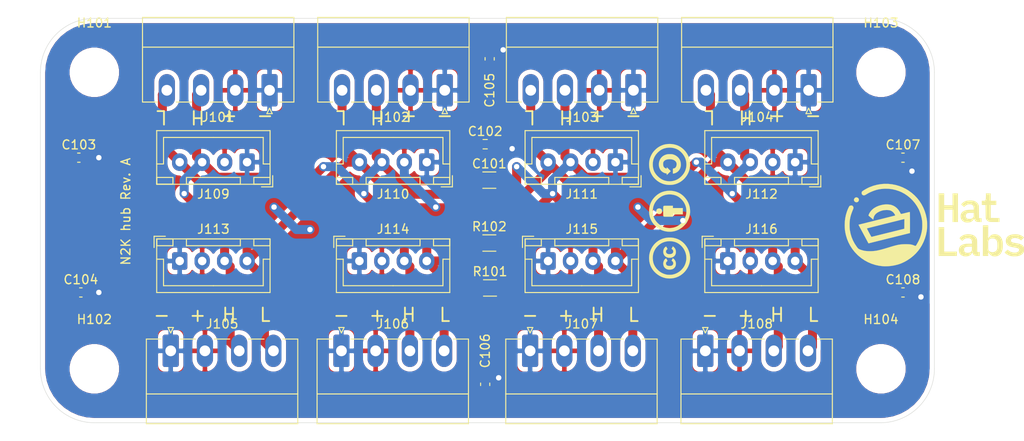
<source format=kicad_pcb>
(kicad_pcb (version 20171130) (host pcbnew "(5.1.9-0-10_14)")
  (layers (0 F.Cu signal) (31 B.Cu signal) (34 B.Paste user) (35 F.Paste user) (36 B.SilkS user) (37 F.SilkS user) (38 B.Mask user) (39 F.Mask user) (44 Edge.Cuts user))
  (net 0 "")
  (net 1 GND)
  (net 2 /VCC)
  (net 3 /CANL)
  (net 4 /CANH)
  (module N2K-hub:cc-by-sa_silkscreen (layer F.Cu) (at 109.5 58.5 90)
    (fp_text reference G*** hide)
    (fp_text value LOGO hide)
  )
  (module N2K-hub:Hat_Labs_20mm (layer F.Cu) (at 139 60)
    (fp_text reference G*** hide)
    (fp_text value LOGO hide)
  )
  (module Capacitor_SMD:C_0603_1608Metric (layer F.Cu) (at 135.5 67.5)
    (fp_text reference C108 (at 0 -1.43) (layer F.SilkS))
    (fp_text value 100n)
    (pad 2 smd roundrect (at 0.775 0) (size 0.9 0.95) (layers F.Cu F.Paste F.Mask) (net 1 GND))
    (pad 1 smd roundrect (at -0.775 0) (size 0.9 0.95) (layers F.Cu F.Paste F.Mask) (net 2 /VCC))
  )
  (module Capacitor_SMD:C_0603_1608Metric (layer F.Cu) (at 135.5 52.5)
    (fp_text reference C107 (at 0 -1.43) (layer F.SilkS))
    (fp_text value 100n)
    (pad 2 smd roundrect (at 0.775 0) (size 0.9 0.95) (layers F.Cu F.Paste F.Mask) (net 1 GND))
    (pad 1 smd roundrect (at -0.775 0) (size 0.9 0.95) (layers F.Cu F.Paste F.Mask) (net 2 /VCC))
  )
  (module Capacitor_SMD:C_0603_1608Metric (layer F.Cu) (at 89 77.725 90)
    (fp_text reference C106 (at 3.725 0 90) (layer F.SilkS))
    (fp_text value 100n)
    (pad 2 smd roundrect (at 0.775 0 90) (size 0.9 0.95) (layers F.Cu F.Paste F.Mask) (net 1 GND))
    (pad 1 smd roundrect (at -0.775 0 90) (size 0.9 0.95) (layers F.Cu F.Paste F.Mask) (net 2 /VCC))
  )
  (module Capacitor_SMD:C_0603_1608Metric (layer F.Cu) (at 89.5 41.5 90)
    (fp_text reference C105 (at -3.5 0 90) (layer F.SilkS))
    (fp_text value 100n)
    (pad 2 smd roundrect (at 0.775 0 90) (size 0.9 0.95) (layers F.Cu F.Paste F.Mask) (net 1 GND))
    (pad 1 smd roundrect (at -0.775 0 90) (size 0.9 0.95) (layers F.Cu F.Paste F.Mask) (net 2 /VCC))
  )
  (module Capacitor_SMD:C_0603_1608Metric (layer F.Cu) (at 44 67.5)
    (fp_text reference C104 (at 0 -1.43) (layer F.SilkS))
    (fp_text value 100n)
    (pad 2 smd roundrect (at 0.775 0) (size 0.9 0.95) (layers F.Cu F.Paste F.Mask) (net 1 GND))
    (pad 1 smd roundrect (at -0.775 0) (size 0.9 0.95) (layers F.Cu F.Paste F.Mask) (net 2 /VCC))
  )
  (module Capacitor_SMD:C_0603_1608Metric (layer F.Cu) (at 43.775 52.5)
    (fp_text reference C103 (at 0 -1.43) (layer F.SilkS))
    (fp_text value 100n)
    (pad 2 smd roundrect (at 0.775 0) (size 0.9 0.95) (layers F.Cu F.Paste F.Mask) (net 1 GND))
    (pad 1 smd roundrect (at -0.775 0) (size 0.9 0.95) (layers F.Cu F.Paste F.Mask) (net 2 /VCC))
  )
  (module MountingHole:MountingHole_4.5mm (layer F.Cu) (at 133.05 76)
    (fp_text reference H104 (at 0 -5.5) (layer F.SilkS))
    (fp_text value MountingHole)
    (pad 1 np_thru_hole circle (at 0 0) (size 4.5 4.5) (drill 4.5) (layers *.Cu *.Mask))
  )
  (module MountingHole:MountingHole_4.5mm (layer F.Cu) (at 133.05 43)
    (fp_text reference H103 (at 0 -5.5) (layer F.SilkS))
    (fp_text value MountingHole)
    (pad 1 np_thru_hole circle (at 0 0) (size 4.5 4.5) (drill 4.5) (layers *.Cu *.Mask))
  )
  (module MountingHole:MountingHole_4.5mm (layer F.Cu) (at 45.5 76)
    (fp_text reference H102 (at 0 -5.5) (layer F.SilkS))
    (fp_text value MountingHole)
    (pad 1 np_thru_hole circle (at 0 0) (size 4.5 4.5) (drill 4.5) (layers *.Cu *.Mask))
  )
  (module MountingHole:MountingHole_4.5mm (layer F.Cu) (at 45.5 43)
    (fp_text reference H101 (at 0 -5.5) (layer F.SilkS))
    (fp_text value MountingHole)
    (pad 1 np_thru_hole circle (at 0 0) (size 4.5 4.5) (drill 4.5) (layers *.Cu *.Mask))
  )
  (module Resistor_SMD:R_1206_3216Metric (layer F.Cu) (at 89.4625 62)
    (fp_text reference R102 (at 0 -1.82) (layer F.SilkS))
    (fp_text value 120R)
    (pad 2 smd roundrect (at 1.4625 0) (size 1.125 1.75) (layers F.Cu F.Paste F.Mask) (roundrect_rratio 0.2222213333333333) (net 4 /CANH))
    (pad 1 smd roundrect (at -1.4625 0) (size 1.125 1.75) (layers F.Cu F.Paste F.Mask) (roundrect_rratio 0.2222213333333333) (net 3 /CANL))
  )
  (module Resistor_SMD:R_1206_3216Metric (layer F.Cu) (at 89.5375 67)
    (fp_text reference R101 (at 0 -1.82) (layer F.SilkS))
    (fp_text value 120R)
    (pad 2 smd roundrect (at 1.4625 0) (size 1.125 1.75) (layers F.Cu F.Paste F.Mask) (roundrect_rratio 0.2222213333333333) (net 4 /CANH))
    (pad 1 smd roundrect (at -1.4625 0) (size 1.125 1.75) (layers F.Cu F.Paste F.Mask) (roundrect_rratio 0.2222213333333333) (net 3 /CANL))
  )
  (module Connector_JST:JST_XH_B4B-XH-A_1x04_P2.50mm_Vertical (layer F.Cu) (at 116 64)
    (fp_text reference J116 (at 3.75 -3.55) (layer F.SilkS))
    (fp_text value Conn_01x04)
    (pad 4 thru_hole oval (at 7.5 0) (size 1.7 1.95) (drill 0.95) (layers *.Cu *.Mask) (net 3 /CANL))
    (pad 3 thru_hole oval (at 5 0) (size 1.7 1.95) (drill 0.95) (layers *.Cu *.Mask) (net 4 /CANH))
    (pad 2 thru_hole oval (at 2.5 0) (size 1.7 1.95) (drill 0.95) (layers *.Cu *.Mask) (net 2 /VCC))
    (pad 1 thru_hole roundrect (at 0 0) (size 1.7 1.95) (drill 0.95) (layers *.Cu *.Mask) (roundrect_rratio 0.1470588235294118) (net 1 GND))
  )
  (module Connector_JST:JST_XH_B4B-XH-A_1x04_P2.50mm_Vertical (layer F.Cu) (at 96 64)
    (fp_text reference J115 (at 3.75 -3.55) (layer F.SilkS))
    (fp_text value Conn_01x04)
    (pad 4 thru_hole oval (at 7.5 0) (size 1.7 1.95) (drill 0.95) (layers *.Cu *.Mask) (net 3 /CANL))
    (pad 3 thru_hole oval (at 5 0) (size 1.7 1.95) (drill 0.95) (layers *.Cu *.Mask) (net 4 /CANH))
    (pad 2 thru_hole oval (at 2.5 0) (size 1.7 1.95) (drill 0.95) (layers *.Cu *.Mask) (net 2 /VCC))
    (pad 1 thru_hole roundrect (at 0 0) (size 1.7 1.95) (drill 0.95) (layers *.Cu *.Mask) (roundrect_rratio 0.1470588235294118) (net 1 GND))
  )
  (module Connector_JST:JST_XH_B4B-XH-A_1x04_P2.50mm_Vertical (layer F.Cu) (at 75 64)
    (fp_text reference J114 (at 3.75 -3.55) (layer F.SilkS))
    (fp_text value Conn_01x04)
    (pad 4 thru_hole oval (at 7.5 0) (size 1.7 1.95) (drill 0.95) (layers *.Cu *.Mask) (net 3 /CANL))
    (pad 3 thru_hole oval (at 5 0) (size 1.7 1.95) (drill 0.95) (layers *.Cu *.Mask) (net 4 /CANH))
    (pad 2 thru_hole oval (at 2.5 0) (size 1.7 1.95) (drill 0.95) (layers *.Cu *.Mask) (net 2 /VCC))
    (pad 1 thru_hole roundrect (at 0 0) (size 1.7 1.95) (drill 0.95) (layers *.Cu *.Mask) (roundrect_rratio 0.1470588235294118) (net 1 GND))
  )
  (module Connector_JST:JST_XH_B4B-XH-A_1x04_P2.50mm_Vertical (layer F.Cu) (at 55 64)
    (fp_text reference J113 (at 3.75 -3.55) (layer F.SilkS))
    (fp_text value Conn_01x04)
    (pad 4 thru_hole oval (at 7.5 0) (size 1.7 1.95) (drill 0.95) (layers *.Cu *.Mask) (net 3 /CANL))
    (pad 3 thru_hole oval (at 5 0) (size 1.7 1.95) (drill 0.95) (layers *.Cu *.Mask) (net 4 /CANH))
    (pad 2 thru_hole oval (at 2.5 0) (size 1.7 1.95) (drill 0.95) (layers *.Cu *.Mask) (net 2 /VCC))
    (pad 1 thru_hole roundrect (at 0 0) (size 1.7 1.95) (drill 0.95) (layers *.Cu *.Mask) (roundrect_rratio 0.1470588235294118) (net 1 GND))
  )
  (module Connector_JST:JST_XH_B4B-XH-A_1x04_P2.50mm_Vertical (layer F.Cu) (at 123.5 53 180)
    (fp_text reference J112 (at 3.75 -3.55) (layer F.SilkS))
    (fp_text value Conn_01x04)
    (pad 4 thru_hole oval (at 7.5 0 180) (size 1.7 1.95) (drill 0.95) (layers *.Cu *.Mask) (net 3 /CANL))
    (pad 3 thru_hole oval (at 5 0 180) (size 1.7 1.95) (drill 0.95) (layers *.Cu *.Mask) (net 4 /CANH))
    (pad 2 thru_hole oval (at 2.5 0 180) (size 1.7 1.95) (drill 0.95) (layers *.Cu *.Mask) (net 2 /VCC))
    (pad 1 thru_hole roundrect (at 0 0 180) (size 1.7 1.95) (drill 0.95) (layers *.Cu *.Mask) (roundrect_rratio 0.1470588235294118) (net 1 GND))
  )
  (module Connector_JST:JST_XH_B4B-XH-A_1x04_P2.50mm_Vertical (layer F.Cu) (at 103.5 53 180)
    (fp_text reference J111 (at 3.75 -3.55) (layer F.SilkS))
    (fp_text value Conn_01x04)
    (pad 4 thru_hole oval (at 7.5 0 180) (size 1.7 1.95) (drill 0.95) (layers *.Cu *.Mask) (net 3 /CANL))
    (pad 3 thru_hole oval (at 5 0 180) (size 1.7 1.95) (drill 0.95) (layers *.Cu *.Mask) (net 4 /CANH))
    (pad 2 thru_hole oval (at 2.5 0 180) (size 1.7 1.95) (drill 0.95) (layers *.Cu *.Mask) (net 2 /VCC))
    (pad 1 thru_hole roundrect (at 0 0 180) (size 1.7 1.95) (drill 0.95) (layers *.Cu *.Mask) (roundrect_rratio 0.1470588235294118) (net 1 GND))
  )
  (module Connector_JST:JST_XH_B4B-XH-A_1x04_P2.50mm_Vertical (layer F.Cu) (at 82.5 53 180)
    (fp_text reference J110 (at 3.75 -3.55) (layer F.SilkS))
    (fp_text value Conn_01x04)
    (pad 4 thru_hole oval (at 7.5 0 180) (size 1.7 1.95) (drill 0.95) (layers *.Cu *.Mask) (net 3 /CANL))
    (pad 3 thru_hole oval (at 5 0 180) (size 1.7 1.95) (drill 0.95) (layers *.Cu *.Mask) (net 4 /CANH))
    (pad 2 thru_hole oval (at 2.5 0 180) (size 1.7 1.95) (drill 0.95) (layers *.Cu *.Mask) (net 2 /VCC))
    (pad 1 thru_hole roundrect (at 0 0 180) (size 1.7 1.95) (drill 0.95) (layers *.Cu *.Mask) (roundrect_rratio 0.1470588235294118) (net 1 GND))
  )
  (module Connector_JST:JST_XH_B4B-XH-A_1x04_P2.50mm_Vertical (layer F.Cu) (at 62.5 53 180)
    (fp_text reference J109 (at 3.75 -3.55) (layer F.SilkS))
    (fp_text value Conn_01x04)
    (pad 4 thru_hole oval (at 7.5 0 180) (size 1.7 1.95) (drill 0.95) (layers *.Cu *.Mask) (net 3 /CANL))
    (pad 3 thru_hole oval (at 5 0 180) (size 1.7 1.95) (drill 0.95) (layers *.Cu *.Mask) (net 4 /CANH))
    (pad 2 thru_hole oval (at 2.5 0 180) (size 1.7 1.95) (drill 0.95) (layers *.Cu *.Mask) (net 2 /VCC))
    (pad 1 thru_hole roundrect (at 0 0 180) (size 1.7 1.95) (drill 0.95) (layers *.Cu *.Mask) (roundrect_rratio 0.1470588235294118) (net 1 GND))
  )
  (module Connector_Phoenix_MC:PhoenixContact_MC_1,5_4-G-3.81_1x04_P3.81mm_Horizontal (layer F.Cu) (at 113.5 74)
    (fp_text reference J108 (at 5.72 -3) (layer F.SilkS))
    (fp_text value Conn_01x04)
    (pad 4 thru_hole oval (at 11.43 0) (size 1.8 3.6) (drill 1.2) (layers *.Cu *.Mask) (net 3 /CANL))
    (pad 3 thru_hole oval (at 7.62 0) (size 1.8 3.6) (drill 1.2) (layers *.Cu *.Mask) (net 4 /CANH))
    (pad 2 thru_hole oval (at 3.81 0) (size 1.8 3.6) (drill 1.2) (layers *.Cu *.Mask) (net 2 /VCC))
    (pad 1 thru_hole roundrect (at 0 0) (size 1.8 3.6) (drill 1.2) (layers *.Cu *.Mask) (roundrect_rratio 0.1388888888888889) (net 1 GND))
  )
  (module Connector_Phoenix_MC:PhoenixContact_MC_1,5_4-G-3.81_1x04_P3.81mm_Horizontal (layer F.Cu) (at 94 74)
    (fp_text reference J107 (at 5.72 -3) (layer F.SilkS))
    (fp_text value Conn_01x04)
    (pad 4 thru_hole oval (at 11.43 0) (size 1.8 3.6) (drill 1.2) (layers *.Cu *.Mask) (net 3 /CANL))
    (pad 3 thru_hole oval (at 7.62 0) (size 1.8 3.6) (drill 1.2) (layers *.Cu *.Mask) (net 4 /CANH))
    (pad 2 thru_hole oval (at 3.81 0) (size 1.8 3.6) (drill 1.2) (layers *.Cu *.Mask) (net 2 /VCC))
    (pad 1 thru_hole roundrect (at 0 0) (size 1.8 3.6) (drill 1.2) (layers *.Cu *.Mask) (roundrect_rratio 0.1388888888888889) (net 1 GND))
  )
  (module Connector_Phoenix_MC:PhoenixContact_MC_1,5_4-G-3.81_1x04_P3.81mm_Horizontal (layer F.Cu) (at 73 74)
    (fp_text reference J106 (at 5.72 -3) (layer F.SilkS))
    (fp_text value Conn_01x04)
    (pad 4 thru_hole oval (at 11.43 0) (size 1.8 3.6) (drill 1.2) (layers *.Cu *.Mask) (net 3 /CANL))
    (pad 3 thru_hole oval (at 7.62 0) (size 1.8 3.6) (drill 1.2) (layers *.Cu *.Mask) (net 4 /CANH))
    (pad 2 thru_hole oval (at 3.81 0) (size 1.8 3.6) (drill 1.2) (layers *.Cu *.Mask) (net 2 /VCC))
    (pad 1 thru_hole roundrect (at 0 0) (size 1.8 3.6) (drill 1.2) (layers *.Cu *.Mask) (roundrect_rratio 0.1388888888888889) (net 1 GND))
  )
  (module Connector_Phoenix_MC:PhoenixContact_MC_1,5_4-G-3.81_1x04_P3.81mm_Horizontal (layer F.Cu) (at 54 74)
    (fp_text reference J105 (at 5.72 -3) (layer F.SilkS))
    (fp_text value Conn_01x04)
    (pad 4 thru_hole oval (at 11.43 0) (size 1.8 3.6) (drill 1.2) (layers *.Cu *.Mask) (net 3 /CANL))
    (pad 3 thru_hole oval (at 7.62 0) (size 1.8 3.6) (drill 1.2) (layers *.Cu *.Mask) (net 4 /CANH))
    (pad 2 thru_hole oval (at 3.81 0) (size 1.8 3.6) (drill 1.2) (layers *.Cu *.Mask) (net 2 /VCC))
    (pad 1 thru_hole roundrect (at 0 0) (size 1.8 3.6) (drill 1.2) (layers *.Cu *.Mask) (roundrect_rratio 0.1388888888888889) (net 1 GND))
  )
  (module Connector_Phoenix_MC:PhoenixContact_MC_1,5_4-G-3.81_1x04_P3.81mm_Horizontal (layer F.Cu) (at 125 45 180)
    (fp_text reference J104 (at 5.72 -3) (layer F.SilkS))
    (fp_text value Conn_01x04)
    (pad 4 thru_hole oval (at 11.43 0 180) (size 1.8 3.6) (drill 1.2) (layers *.Cu *.Mask) (net 3 /CANL))
    (pad 3 thru_hole oval (at 7.62 0 180) (size 1.8 3.6) (drill 1.2) (layers *.Cu *.Mask) (net 4 /CANH))
    (pad 2 thru_hole oval (at 3.81 0 180) (size 1.8 3.6) (drill 1.2) (layers *.Cu *.Mask) (net 2 /VCC))
    (pad 1 thru_hole roundrect (at 0 0 180) (size 1.8 3.6) (drill 1.2) (layers *.Cu *.Mask) (roundrect_rratio 0.1388888888888889) (net 1 GND))
  )
  (module Connector_Phoenix_MC:PhoenixContact_MC_1,5_4-G-3.81_1x04_P3.81mm_Horizontal (layer F.Cu) (at 105.5 45 180)
    (fp_text reference J103 (at 5.72 -3) (layer F.SilkS))
    (fp_text value Conn_01x04)
    (pad 4 thru_hole oval (at 11.43 0 180) (size 1.8 3.6) (drill 1.2) (layers *.Cu *.Mask) (net 3 /CANL))
    (pad 3 thru_hole oval (at 7.62 0 180) (size 1.8 3.6) (drill 1.2) (layers *.Cu *.Mask) (net 4 /CANH))
    (pad 2 thru_hole oval (at 3.81 0 180) (size 1.8 3.6) (drill 1.2) (layers *.Cu *.Mask) (net 2 /VCC))
    (pad 1 thru_hole roundrect (at 0 0 180) (size 1.8 3.6) (drill 1.2) (layers *.Cu *.Mask) (roundrect_rratio 0.1388888888888889) (net 1 GND))
  )
  (module Connector_Phoenix_MC:PhoenixContact_MC_1,5_4-G-3.81_1x04_P3.81mm_Horizontal (layer F.Cu) (at 84.5 45 180)
    (fp_text reference J102 (at 5.72 -3) (layer F.SilkS))
    (fp_text value Conn_01x04)
    (pad 4 thru_hole oval (at 11.43 0 180) (size 1.8 3.6) (drill 1.2) (layers *.Cu *.Mask) (net 3 /CANL))
    (pad 3 thru_hole oval (at 7.62 0 180) (size 1.8 3.6) (drill 1.2) (layers *.Cu *.Mask) (net 4 /CANH))
    (pad 2 thru_hole oval (at 3.81 0 180) (size 1.8 3.6) (drill 1.2) (layers *.Cu *.Mask) (net 2 /VCC))
    (pad 1 thru_hole roundrect (at 0 0 180) (size 1.8 3.6) (drill 1.2) (layers *.Cu *.Mask) (roundrect_rratio 0.1388888888888889) (net 1 GND))
  )
  (module Connector_Phoenix_MC:PhoenixContact_MC_1,5_4-G-3.81_1x04_P3.81mm_Horizontal (layer F.Cu) (at 65 45 180)
    (fp_text reference J101 (at 5.72 -3) (layer F.SilkS))
    (fp_text value Conn_01x04)
    (pad 4 thru_hole oval (at 11.43 0 180) (size 1.8 3.6) (drill 1.2) (layers *.Cu *.Mask) (net 3 /CANL))
    (pad 3 thru_hole oval (at 7.62 0 180) (size 1.8 3.6) (drill 1.2) (layers *.Cu *.Mask) (net 4 /CANH))
    (pad 2 thru_hole oval (at 3.81 0 180) (size 1.8 3.6) (drill 1.2) (layers *.Cu *.Mask) (net 2 /VCC))
    (pad 1 thru_hole roundrect (at 0 0 180) (size 1.8 3.6) (drill 1.2) (layers *.Cu *.Mask) (roundrect_rratio 0.1388888888888889) (net 1 GND))
  )
  (module Resistor_SMD:R_0603_1608Metric (layer F.Cu) (at 89 51)
    (fp_text reference C102 (at 0 -1.43) (layer F.SilkS))
    (fp_text value 100nF)
    (pad 2 smd roundrect (at 0.825 0) (size 0.8 0.95) (layers F.Cu F.Paste F.Mask) (net 1 GND))
    (pad 1 smd roundrect (at -0.825 0) (size 0.8 0.95) (layers F.Cu F.Paste F.Mask) (net 2 /VCC))
  )
  (module Resistor_SMD:R_1206_3216Metric (layer F.Cu) (at 89.4625 55)
    (fp_text reference C101 (at 0 -1.82) (layer F.SilkS))
    (fp_text value 10uF)
    (pad 2 smd roundrect (at 1.4625 0) (size 1.125 1.75) (layers F.Cu F.Paste F.Mask) (roundrect_rratio 0.2222213333333333) (net 1 GND))
    (pad 1 smd roundrect (at -1.4625 0) (size 1.125 1.75) (layers F.Cu F.Paste F.Mask) (roundrect_rratio 0.2222213333333333) (net 2 /VCC))
  )
  (gr_text "N2K hub Rev. A" (at 49 58.5 90) (layer F.SilkS) (effects (font (size 1 1))))
  (gr_line (start 139 43) (end 139 76) (layer Edge.Cuts) (width 0.05))
  (gr_line (start 45.5 37) (end 133 37) (layer Edge.Cuts) (width 0.05))
  (gr_line (start 39.5 76) (end 39.5 43) (layer Edge.Cuts) (width 0.05))
  (gr_text - (at 64.5 48 180) (layer F.SilkS) (effects (font (size 1.5 1.5) (thickness 0.2))))
  (gr_text H (at 57 48 180) (layer F.SilkS) (effects (font (size 1.5 1.5) (thickness 0.2))))
  (gr_text + (at 60.5 48 180) (layer F.SilkS) (effects (font (size 1.5 1.5) (thickness 0.2))))
  (gr_text L (at 53 48 180) (layer F.SilkS) (effects (font (size 1.5 1.5) (thickness 0.2))))
  (gr_text - (at 84.5 48 180) (layer F.SilkS) (effects (font (size 1.5 1.5) (thickness 0.2))))
  (gr_text H (at 77 48 180) (layer F.SilkS) (effects (font (size 1.5 1.5) (thickness 0.2))))
  (gr_text + (at 80.5 48 180) (layer F.SilkS) (effects (font (size 1.5 1.5) (thickness 0.2))))
  (gr_text L (at 73 48 180) (layer F.SilkS) (effects (font (size 1.5 1.5) (thickness 0.2))))
  (gr_text - (at 105.5 48 180) (layer F.SilkS) (effects (font (size 1.5 1.5) (thickness 0.2))))
  (gr_text H (at 98 48 180) (layer F.SilkS) (effects (font (size 1.5 1.5) (thickness 0.2))))
  (gr_text + (at 101.5 48 180) (layer F.SilkS) (effects (font (size 1.5 1.5) (thickness 0.2))))
  (gr_text L (at 94 48 180) (layer F.SilkS) (effects (font (size 1.5 1.5) (thickness 0.2))))
  (gr_text - (at 125.5 48 180) (layer F.SilkS) (effects (font (size 1.5 1.5) (thickness 0.2))))
  (gr_text H (at 118 48 180) (layer F.SilkS) (effects (font (size 1.5 1.5) (thickness 0.2))))
  (gr_text + (at 121.5 48 180) (layer F.SilkS) (effects (font (size 1.5 1.5) (thickness 0.2))))
  (gr_text L (at 114 48 180) (layer F.SilkS) (effects (font (size 1.5 1.5) (thickness 0.2))))
  (gr_text - (at 114 70) (layer F.SilkS) (effects (font (size 1.5 1.5) (thickness 0.2))))
  (gr_text H (at 121.5 70) (layer F.SilkS) (effects (font (size 1.5 1.5) (thickness 0.2))))
  (gr_text + (at 118 70) (layer F.SilkS) (effects (font (size 1.5 1.5) (thickness 0.2))))
  (gr_text L (at 125.5 70) (layer F.SilkS) (effects (font (size 1.5 1.5) (thickness 0.2))))
  (gr_text - (at 94 70) (layer F.SilkS) (effects (font (size 1.5 1.5) (thickness 0.2))))
  (gr_text H (at 101.5 70) (layer F.SilkS) (effects (font (size 1.5 1.5) (thickness 0.2))))
  (gr_text + (at 98 70) (layer F.SilkS) (effects (font (size 1.5 1.5) (thickness 0.2))))
  (gr_text L (at 105.5 70) (layer F.SilkS) (effects (font (size 1.5 1.5) (thickness 0.2))))
  (gr_text - (at 73 70) (layer F.SilkS) (effects (font (size 1.5 1.5) (thickness 0.2))))
  (gr_text H (at 80.5 70) (layer F.SilkS) (effects (font (size 1.5 1.5) (thickness 0.2))))
  (gr_text + (at 77 70) (layer F.SilkS) (effects (font (size 1.5 1.5) (thickness 0.2))))
  (gr_text L (at 84.5 70) (layer F.SilkS) (effects (font (size 1.5 1.5) (thickness 0.2))))
  (gr_text L (at 64.5 70) (layer F.SilkS) (effects (font (size 1.5 1.5) (thickness 0.2))))
  (gr_text H (at 60.5 70) (layer F.SilkS) (effects (font (size 1.5 1.5) (thickness 0.2))))
  (gr_text + (at 57 70) (layer F.SilkS) (effects (font (size 1.5 1.5) (thickness 0.2))))
  (gr_text - (at 53 70) (layer F.SilkS) (effects (font (size 1.5 1.5) (thickness 0.2))))
  (gr_line (start 45.5 82) (end 133 82) (layer Edge.Cuts) (width 0.05))
  (gr_arc (start 133 43) (end 139 43) (angle -90) (layer Edge.Cuts) (width 0.05))
  (gr_arc (start 133 76) (end 133 82) (angle -90) (layer Edge.Cuts) (width 0.05))
  (gr_arc (start 45.5 76) (end 39.5 76) (angle -90) (layer Edge.Cuts) (width 0.05))
  (gr_arc (start 45.5 43) (end 45.5 37) (angle -90) (layer Edge.Cuts) (width 0.05))
  (via (at 69.5 60.5) (size 1) (drill 0.6) (layers F.Cu B.Cu) (net 2))
  (segment (start 69.5 60.5) (end 68 60.5) (width 1) (layer B.Cu) (net 2))
  (segment (start 68 60.5) (end 65.5 58) (width 1) (layer B.Cu) (net 2))
  (via (at 65.5 58) (size 1) (drill 0.6) (layers F.Cu B.Cu) (net 2))
  (segment (start 90.925 52.1) (end 89.825 51) (width 1) (layer F.Cu) (net 1))
  (segment (start 90.925 55) (end 90.925 52.1) (width 1) (layer F.Cu) (net 1))
  (via (at 92 51.5) (size 1) (drill 0.6) (layers F.Cu B.Cu) (net 1))
  (segment (start 91.4 52.1) (end 92 51.5) (width 1) (layer F.Cu) (net 1))
  (segment (start 90.925 52.1) (end 91.4 52.1) (width 1) (layer F.Cu) (net 1))
  (via (at 46 52.5) (size 1) (drill 0.6) (layers F.Cu B.Cu) (net 1))
  (segment (start 44.55 52.5) (end 46 52.5) (width 1) (layer F.Cu) (net 1))
  (via (at 46 67.5) (size 1) (drill 0.6) (layers F.Cu B.Cu) (net 1))
  (segment (start 44.775 67.5) (end 46 67.5) (width 1) (layer F.Cu) (net 1))
  (via (at 90.5 77) (size 1) (drill 0.6) (layers F.Cu B.Cu) (net 1))
  (segment (start 90.45 76.95) (end 90.5 77) (width 1) (layer F.Cu) (net 1))
  (segment (start 89 76.95) (end 90.45 76.95) (width 1) (layer F.Cu) (net 1))
  (via (at 91 40.5) (size 1) (drill 0.6) (layers F.Cu B.Cu) (net 1))
  (segment (start 90.775 40.725) (end 91 40.5) (width 1) (layer F.Cu) (net 1))
  (segment (start 89.5 40.725) (end 90.775 40.725) (width 1) (layer F.Cu) (net 1))
  (via (at 136.5 54) (size 1) (drill 0.6) (layers F.Cu B.Cu) (net 1))
  (segment (start 136.275 53.775) (end 136.5 54) (width 1) (layer F.Cu) (net 1))
  (segment (start 136.275 52.5) (end 136.275 53.775) (width 1) (layer F.Cu) (net 1))
  (via (at 137.5 68.00001) (size 1) (drill 0.6) (layers F.Cu B.Cu) (net 1))
  (segment (start 136.275 67.5) (end 136.99999 67.5) (width 1) (layer F.Cu) (net 1))
  (segment (start 136.99999 67.5) (end 137.5 68.00001) (width 1) (layer F.Cu) (net 1))
  (segment (start 118.5 62.025) (end 115.975 59.5) (width 1) (layer F.Cu) (net 2))
  (segment (start 118.5 64) (end 118.5 62.025) (width 1) (layer F.Cu) (net 2))
  (via (at 111 59.5) (size 1) (drill 0.6) (layers F.Cu B.Cu) (net 2))
  (segment (start 115.975 59.5) (end 111 59.5) (width 1) (layer F.Cu) (net 2))
  (via (at 106 58) (size 1) (drill 0.6) (layers F.Cu B.Cu) (net 2))
  (segment (start 107.5 59.5) (end 106 58) (width 1) (layer B.Cu) (net 2))
  (segment (start 111 59.5) (end 107.5 59.5) (width 1) (layer B.Cu) (net 2))
  (via (at 83.5 58) (size 1) (drill 0.6) (layers F.Cu B.Cu) (net 2))
  (segment (start 80 54.5) (end 83.5 58) (width 1) (layer B.Cu) (net 2))
  (segment (start 80 53) (end 80 54.5) (width 1) (layer B.Cu) (net 2))
  (segment (start 73.07 51.07) (end 75 53) (width 1) (layer F.Cu) (net 3))
  (segment (start 73.07 45) (end 73.07 51.07) (width 1) (layer F.Cu) (net 3))
  (segment (start 94.07 51.07) (end 96 53) (width 1) (layer F.Cu) (net 3))
  (segment (start 94.07 45) (end 94.07 51.07) (width 1) (layer F.Cu) (net 3))
  (segment (start 105.43 65.93) (end 103.5 64) (width 1) (layer F.Cu) (net 3))
  (segment (start 105.43 74) (end 105.43 65.93) (width 1) (layer F.Cu) (net 3))
  (segment (start 84.43 65.93) (end 82.5 64) (width 1) (layer F.Cu) (net 3))
  (segment (start 84.86 67) (end 84.43 66.57) (width 1) (layer F.Cu) (net 3))
  (segment (start 84.43 66.57) (end 84.43 65.93) (width 1) (layer F.Cu) (net 3))
  (segment (start 84.43 74) (end 84.43 66.57) (width 1) (layer F.Cu) (net 3))
  (segment (start 88.075 62.075) (end 88 62) (width 1) (layer F.Cu) (net 3))
  (segment (start 88.075 67) (end 88.075 62.075) (width 1) (layer F.Cu) (net 3))
  (segment (start 62.5 60.5) (end 55 53) (width 1) (layer F.Cu) (net 3))
  (segment (start 62.5 64) (end 62.5 60.5) (width 1) (layer F.Cu) (net 3))
  (segment (start 82.5 60.5) (end 75 53) (width 1) (layer F.Cu) (net 3))
  (segment (start 82.5 64) (end 82.5 60.5) (width 1) (layer F.Cu) (net 3))
  (segment (start 103.5 60.5) (end 96 53) (width 1) (layer F.Cu) (net 3))
  (segment (start 103.5 64) (end 103.5 60.5) (width 1) (layer F.Cu) (net 3))
  (segment (start 123.5 60.5) (end 116 53) (width 1) (layer F.Cu) (net 3))
  (segment (start 123.5 64) (end 123.5 60.5) (width 1) (layer F.Cu) (net 3))
  (segment (start 114.5 53) (end 103.5 64) (width 1) (layer F.Cu) (net 3))
  (segment (start 116 53) (end 114.5 53) (width 1) (layer F.Cu) (net 3))
  (segment (start 73.5 53) (end 62.5 64) (width 1) (layer F.Cu) (net 3))
  (segment (start 75 53) (end 73.5 53) (width 1) (layer F.Cu) (net 3))
  (segment (start 82.5 64) (end 85.903091 64) (width 1) (layer F.Cu) (net 3))
  (segment (start 96 53.903091) (end 96 53) (width 1) (layer F.Cu) (net 3))
  (segment (start 85.903091 64) (end 96 53.903091) (width 1) (layer F.Cu) (net 3))
  (segment (start 64.43 65.93) (end 62.5 64) (width 1) (layer F.Cu) (net 3))
  (segment (start 64.43 73) (end 64.43 65.93) (width 1) (layer F.Cu) (net 3))
  (segment (start 65.43 74) (end 64.43 73) (width 1) (layer F.Cu) (net 3))
  (segment (start 53.07 51.07) (end 55 53) (width 1) (layer F.Cu) (net 3))
  (segment (start 53.07 45.5) (end 53.07 51.07) (width 1) (layer F.Cu) (net 3))
  (segment (start 53.57 45) (end 53.07 45.5) (width 1) (layer F.Cu) (net 3))
  (segment (start 114.07 45.5) (end 114.07 51.07) (width 1) (layer F.Cu) (net 3))
  (segment (start 114.07 51.07) (end 116 53) (width 1) (layer F.Cu) (net 3))
  (segment (start 113.57 45) (end 114.07 45.5) (width 1) (layer F.Cu) (net 3))
  (segment (start 125.43 65.93) (end 123.5 64) (width 1) (layer F.Cu) (net 3))
  (segment (start 125.43 73.5) (end 125.43 65.93) (width 1) (layer F.Cu) (net 3))
  (segment (start 124.93 74) (end 125.43 73.5) (width 1) (layer F.Cu) (net 3))
  (segment (start 76.88 52.38) (end 77.5 53) (width 1) (layer F.Cu) (net 4))
  (segment (start 76.88 45) (end 76.88 52.38) (width 1) (layer F.Cu) (net 4))
  (segment (start 97.88 52.38) (end 98.5 53) (width 1) (layer F.Cu) (net 4))
  (segment (start 97.88 45) (end 97.88 52.38) (width 1) (layer F.Cu) (net 4))
  (segment (start 101.62 64.62) (end 101 64) (width 1) (layer F.Cu) (net 4))
  (segment (start 101.62 74) (end 101.62 64.62) (width 1) (layer F.Cu) (net 4))
  (segment (start 80.62 64.62) (end 80 64) (width 1) (layer F.Cu) (net 4))
  (segment (start 80.62 74) (end 80.62 64.62) (width 1) (layer F.Cu) (net 4))
  (via (at 55.5 56.5) (size 1) (drill 0.6) (layers F.Cu B.Cu) (net 4))
  (segment (start 60 61) (end 55.5 56.5) (width 1) (layer F.Cu) (net 4))
  (segment (start 60 64) (end 60 61) (width 1) (layer F.Cu) (net 4))
  (segment (start 55.5 55) (end 57.5 53) (width 1) (layer B.Cu) (net 4))
  (segment (start 55.5 56.5) (end 55.5 55) (width 1) (layer B.Cu) (net 4))
  (via (at 75.5 56.5) (size 1) (drill 0.6) (layers F.Cu B.Cu) (net 4))
  (segment (start 80 61) (end 75.5 56.5) (width 1) (layer F.Cu) (net 4))
  (segment (start 80 64) (end 80 61) (width 1) (layer F.Cu) (net 4))
  (segment (start 75.5 55) (end 77.5 53) (width 1) (layer B.Cu) (net 4))
  (segment (start 75.5 56.5) (end 75.5 55) (width 1) (layer B.Cu) (net 4))
  (via (at 96.5 56.5) (size 1) (drill 0.6) (layers F.Cu B.Cu) (net 4))
  (segment (start 101 61) (end 96.5 56.5) (width 1) (layer F.Cu) (net 4))
  (segment (start 101 64) (end 101 61) (width 1) (layer F.Cu) (net 4))
  (segment (start 96.5 55) (end 98.5 53) (width 1) (layer B.Cu) (net 4))
  (segment (start 96.5 56.5) (end 96.5 55) (width 1) (layer B.Cu) (net 4))
  (via (at 116.5 56.5) (size 1) (drill 0.6) (layers F.Cu B.Cu) (net 4))
  (segment (start 121 61) (end 116.5 56.5) (width 1) (layer F.Cu) (net 4))
  (segment (start 121 64) (end 121 61) (width 1) (layer F.Cu) (net 4))
  (segment (start 116.5 55) (end 118.5 53) (width 1) (layer B.Cu) (net 4))
  (segment (start 116.5 56.5) (end 116.5 55) (width 1) (layer B.Cu) (net 4))
  (via (at 112.5 53) (size 1) (drill 0.6) (layers F.Cu B.Cu) (net 4))
  (segment (start 100.17501 54.67501) (end 110.82499 54.67501) (width 1) (layer F.Cu) (net 4))
  (segment (start 110.82499 54.67501) (end 112.5 53) (width 1) (layer F.Cu) (net 4))
  (segment (start 98.5 53) (end 100.17501 54.67501) (width 1) (layer F.Cu) (net 4))
  (segment (start 113 53) (end 116.5 56.5) (width 1) (layer B.Cu) (net 4))
  (segment (start 112.5 53) (end 113 53) (width 1) (layer B.Cu) (net 4))
  (via (at 92.5 53.5) (size 1) (drill 0.6) (layers F.Cu B.Cu) (net 4))
  (segment (start 92.5 53.70602) (end 92.5 53.5) (width 1) (layer F.Cu) (net 4))
  (segment (start 77.5 53) (end 77.5 53.125) (width 1) (layer F.Cu) (net 4))
  (segment (start 77.5 53.125) (end 80.95001 56.57501) (width 1) (layer F.Cu) (net 4))
  (segment (start 95.5 56.5) (end 92.5 53.5) (width 1) (layer B.Cu) (net 4))
  (segment (start 96.5 56.5) (end 95.5 56.5) (width 1) (layer B.Cu) (net 4))
  (segment (start 69.82499 54.67501) (end 71 53.5) (width 1) (layer F.Cu) (net 4))
  (segment (start 59.17501 54.67501) (end 69.82499 54.67501) (width 1) (layer F.Cu) (net 4))
  (via (at 71 53.5) (size 1) (drill 0.6) (layers F.Cu B.Cu) (net 4))
  (segment (start 57.5 53) (end 59.17501 54.67501) (width 1) (layer F.Cu) (net 4))
  (segment (start 72.5 53.5) (end 75.5 56.5) (width 1) (layer B.Cu) (net 4))
  (segment (start 71 53.5) (end 72.5 53.5) (width 1) (layer B.Cu) (net 4))
  (segment (start 91 62.075) (end 90.925 62) (width 1) (layer F.Cu) (net 4))
  (segment (start 91 67) (end 91 62.075) (width 1) (layer F.Cu) (net 4))
  (segment (start 91 62) (end 96.5 56.5) (width 1) (layer F.Cu) (net 4))
  (segment (start 90.925 62) (end 91 62) (width 1) (layer F.Cu) (net 4))
  (segment (start 92.5 55.70602) (end 92.5 53.5) (width 1) (layer F.Cu) (net 4))
  (segment (start 91.63101 56.57501) (end 92.5 55.70602) (width 1) (layer F.Cu) (net 4))
  (segment (start 80.95001 56.57501) (end 91.63101 56.57501) (width 1) (layer F.Cu) (net 4))
  (segment (start 60.62 64.62) (end 60 64) (width 1) (layer F.Cu) (net 4))
  (segment (start 60.62 73) (end 60.62 64.62) (width 1) (layer F.Cu) (net 4))
  (segment (start 61.62 74) (end 60.62 73) (width 1) (layer F.Cu) (net 4))
  (segment (start 56.88 45.5) (end 56.88 52.38) (width 1) (layer F.Cu) (net 4))
  (segment (start 56.88 52.38) (end 57.5 53) (width 1) (layer F.Cu) (net 4))
  (segment (start 57.38 45) (end 56.88 45.5) (width 1) (layer F.Cu) (net 4))
  (segment (start 117.88 52.38) (end 118.5 53) (width 1) (layer F.Cu) (net 4))
  (segment (start 117.88 45.5) (end 117.88 52.38) (width 1) (layer F.Cu) (net 4))
  (segment (start 117.38 45) (end 117.88 45.5) (width 1) (layer F.Cu) (net 4))
  (segment (start 121.62 64.62) (end 121 64) (width 1) (layer F.Cu) (net 4))
  (segment (start 121.62 73.5) (end 121.62 64.62) (width 1) (layer F.Cu) (net 4))
  (segment (start 121.12 74) (end 121.62 73.5) (width 1) (layer F.Cu) (net 4))
  (zone (net 1) (net_name GND) (layer B.Cu) (connect_pads (clearance 0.508)) (min_thickness 0.254) (fill yes (arc_segments 32) (thermal_gap 0.508) (thermal_bridge_width 0.508))
    (polygon (pts (xy 145 84) (xy 35 84) (xy 35 36) (xy 145 36)))
  )
  (zone (net 2) (net_name /VCC) (layer F.Cu) (connect_pads (clearance 0.508)) (min_thickness 0.254) (fill yes (arc_segments 32) (thermal_gap 0.508) (thermal_bridge_width 0.508))
    (polygon (pts (xy 145 84) (xy 35 84) (xy 35 36) (xy 145 36)))
  )
)
</source>
